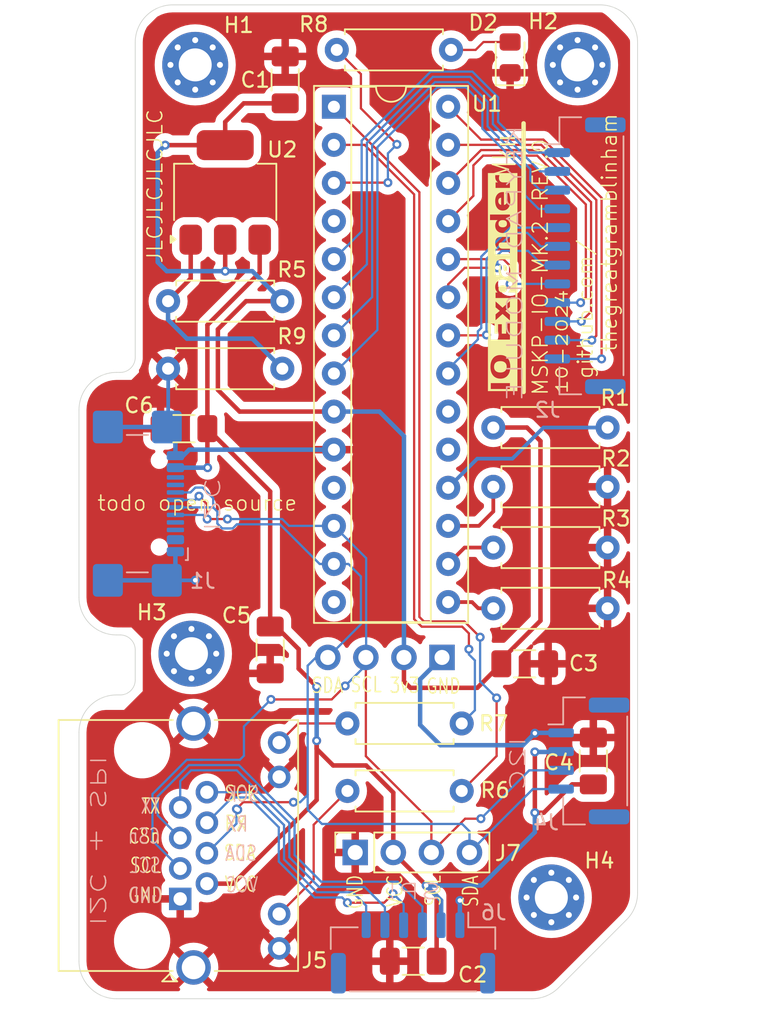
<source format=kicad_pcb>
(kicad_pcb (version 20240108) (generator "pcbnew") (generator_version "8.0")
  (layers (0 "F.Cu" signal) (31 "B.Cu" signal) (34 "B.Paste" user) (35 "F.Paste" user) (36 "B.SilkS" user "B.Silkscreen") (37 "F.SilkS" user "F.Silkscreen") (38 "B.Mask" user) (39 "F.Mask" user) (44 "Edge.Cuts" user))
  (net 0 "")
  (net 1 "/3V3")
  (net 2 "GND")
  (net 3 "+5V")
  (net 4 "Net-(D2-A)")
  (net 5 "/SCL")
  (net 6 "/SDA")
  (net 9 "Net-(J2-Pin_2)")
  (net 10 "Net-(J2-Pin_8)")
  (net 11 "Net-(J2-Pin_12)")
  (net 12 "Net-(J2-Pin_10)")
  (net 13 "Net-(J2-Pin_6)")
  (net 14 "Net-(J2-Pin_3)")
  (net 15 "Net-(J2-Pin_5)")
  (net 16 "Net-(J2-Pin_7)")
  (net 17 "Net-(J2-Pin_1)")
  (net 18 "Net-(J2-Pin_11)")
  (net 19 "Net-(J2-Pin_4)")
  (net 20 "Net-(J2-Pin_9)")
  (net 21 "/SCK")
  (net 22 "/CSn")
  (net 23 "/RX")
  (net 24 "Net-(J5-Pad10)")
  (net 25 "/TX")
  (net 26 "Net-(J5-Pad12)")
  (net 27 "Net-(U1-~{RESET})")
  (net 28 "Net-(U1-A2)")
  (net 29 "Net-(U1-A1)")
  (net 30 "Net-(U1-A0)")
  (net 31 "Net-(U2-ADJ)")
  (net 32 "Net-(U1-GPB0)")
  (net 33 "Net-(U1-GPB1)")
  (net 34 "Net-(U1-GPB2)")
  (footprint "Resistor_THT:R_Axial_DIN0207_L6.3mm_D2.5mm_P7.62mm_Horizontal" (layer "F.Cu") (at 115.19 76.25)
    (property "Reference" "R5")
    (property "Value" "VAR-R")
  )
  (footprint "Package_TO_SOT_SMD:SOT-223-3_TabPin2" (layer "F.Cu") (at 119 69 90)
    (property "Reference" "U2")
    (property "Value" "AMS1117-3v3")
  )
  (footprint "Resistor_THT:R_Axial_DIN0207_L6.3mm_D2.5mm_P7.62mm_Horizontal" (layer "F.Cu") (at 136.88 92.675)
    (property "Reference" "R3")
    (property "Value" "10K")
  )
  (footprint "Capacitor_SMD:C_1206_3216Metric_Pad1.33x1.80mm_HandSolder" (layer "F.Cu") (at 131.5375 120.25)
    (property "Reference" "C2")
    (property "Value" "22uF")
  )
  (footprint "Resistor_THT:R_Axial_DIN0207_L6.3mm_D2.5mm_P7.62mm_Horizontal" (layer "F.Cu") (at 136.88 88.625)
    (property "Reference" "R2")
    (property "Value" "10K")
  )
  (footprint "Resistor_THT:R_Axial_DIN0207_L6.3mm_D2.5mm_P7.62mm_Horizontal" (layer "F.Cu") (at 126.44 59.5)
    (property "Reference" "R8")
    (property "Value" "R")
  )
  (footprint "Resistor_THT:R_Axial_DIN0207_L6.3mm_D2.5mm_P7.62mm_Horizontal" (layer "F.Cu") (at 115.19 80.75)
    (property "Reference" "R9")
    (property "Value" "VAR-R")
  )
  (footprint "ScottoKeebs_Components:OLED_128x64" (layer "F.Cu") (at 129.65 100 180)
    (property "Reference" "J3" (hide yes))
    (property "Value" "OLED_128x64")
  )
  (footprint "Connector_PinSocket_2.54mm:PinSocket_1x04_P2.54mm_Vertical" (layer "F.Cu") (at 127.67 113 90)
    (property "Reference" "J7")
    (property "Value" "I2C_aux_pads")
  )
  (footprint "Capacitor_SMD:C_1206_3216Metric_Pad1.33x1.80mm_HandSolder" (layer "F.Cu") (at 123 61.5 90)
    (property "Reference" "C1")
    (property "Value" "22uF")
  )
  (footprint "Resistor_THT:R_Axial_DIN0207_L6.3mm_D2.5mm_P7.62mm_Horizontal" (layer "F.Cu") (at 127.1525 108.9)
    (property "Reference" "R6")
    (property "Value" "R")
  )
  (footprint "Package_DIP:DIP-28_W7.62mm_Socket" (layer "F.Cu") (at 126.25 63.29)
    (property "Reference" "U1")
    (property "Value" "MCP23017_SP")
  )
  (footprint "MountingHole:MountingHole_2.2mm_M2_Pad_Via" (layer "F.Cu") (at 142.5 60.5)
    (property "Reference" "H2")
    (property "Value" "MountingHole_2.2mm_M2_Pad_Via")
  )
  (footprint "Capacitor_SMD:C_1206_3216Metric_Pad1.33x1.80mm_HandSolder" (layer "F.Cu") (at 116.25 84.75)
    (property "Reference" "C6")
    (property "Value" "100nF")
  )
  (footprint "Connector_RJ:RJ45_Amphenol_RJHSE538X" (layer "F.Cu") (at 116 116.096 90)
    (property "Reference" "J5")
    (property "Value" "RJ45_SPI_I2C_input")
  )
  (footprint "Capacitor_SMD:C_1206_3216Metric_Pad1.33x1.80mm_HandSolder" (layer "F.Cu") (at 138.975 100.425)
    (property "Reference" "C3")
    (property "Value" "100nF")
  )
  (footprint "Resistor_THT:R_Axial_DIN0207_L6.3mm_D2.5mm_P7.62mm_Horizontal" (layer "F.Cu") (at 127.1525 104.4)
    (property "Reference" "R7")
    (property "Value" "R")
  )
  (footprint "LED_SMD:LED_0805_2012Metric_Pad1.15x1.40mm_HandSolder" (layer "F.Cu") (at 138 60 90)
    (property "Reference" "D2")
    (property "Value" "LED")
  )
  (footprint "MountingHole:MountingHole_2.2mm_M2_Pad_Via" (layer "F.Cu") (at 116.75 99.75)
    (property "Reference" "H3")
    (property "Value" "MountingHole_2.2mm_M2_Pad_Via")
  )
  (footprint "Capacitor_SMD:C_1206_3216Metric_Pad1.33x1.80mm_HandSolder" (layer "F.Cu") (at 143.55 106.9 90)
    (property "Reference" "C4")
    (property "Value" "22uF")
  )
  (footprint "Resistor_THT:R_Axial_DIN0207_L6.3mm_D2.5mm_P7.62mm_Horizontal" (layer "F.Cu") (at 136.88 96.725)
    (property "Reference" "R4")
    (property "Value" "10K")
  )
  (footprint "MountingHole:MountingHole_2.2mm_M2_Pad_Via" (layer "F.Cu") (at 117 60.5)
    (property "Reference" "H1")
    (property "Value" "MountingHole_2.2mm_M2_Pad_Via")
  )
  (footprint "Resistor_THT:R_Axial_DIN0207_L6.3mm_D2.5mm_P7.62mm_Horizontal" (layer "F.Cu") (at 136.88 84.675)
    (property "Reference" "R1")
    (property "Value" "10K")
  )
  (footprint "Capacitor_SMD:C_1206_3216Metric_Pad1.33x1.80mm_HandSolder" (layer "F.Cu") (at 122 99.5 -90)
    (property "Reference" "C5")
    (property "Value" "100uF")
  )
  (footprint "MountingHole:MountingHole_2.2mm_M2_Pad_Via" (layer "F.Cu") (at 140.75 116)
    (property "Reference" "H4")
    (property "Value" "MountingHole_2.2mm_M2_Pad_Via")
  )
  (footprint "Connector_JST:JST_GH_SM04B-GHS-TB_1x04-1MP_P1.25mm_Horizontal" (layer "B.Cu") (at 143.25 106.9 -90)
    (property "Reference" "J4")
    (property "Value" "I2C_aux_JST")
  )
  (footprint "Connector_JST:JST_GH_SM12B-GHS-TB_1x12-1MP_P1.25mm_Horizontal" (layer "B.Cu") (at 143 73.225 -90)
    (property "Reference" "J2")
    (property "Value" "Keypad_matrix_connector_JST")
  )
  (footprint "Connector_USB:USB_C_Receptacle_GCT_USB4110" (layer "B.Cu") (at 112 89.75 90)
    (property "Reference" "J1")
    (property "Value" "USB_C_I2C_input")
  )
  (footprint "Connector_JST:JST_GH_SM06B-GHS-TB_1x06-1MP_P1.25mm_Horizontal" (layer "B.Cu") (at 131.525 119.7 180)
    (property "Reference" "J6")
    (property "Value" "SPI_aux_JST")
  )
  (gr_line (start 138.9 64.4) (end 138.9 82.3) (stroke (width 0.3)) (layer "F.SilkS"))
  (gr_arc (start 112 98.5) (mid 112.707107 98.792893) (end 113 99.5) (stroke (width 0.05)) (layer "Edge.Cuts"))
  (gr_arc (start 113 101.5) (mid 112.707107 102.207107) (end 112 102.5) (stroke (width 0.05)) (layer "Edge.Cuts"))
  (gr_arc (start 111.75 98.5) (mid 109.982233 97.767767) (end 109.25 96) (stroke (width 0.05)) (layer "Edge.Cuts"))
  (gr_arc (start 113 80) (mid 112.707107 80.707107) (end 112 81) (stroke (width 0.05)) (layer "Edge.Cuts"))
  (gr_line (start 113 101.5) (end 113 99.5) (stroke (width 0.05)) (layer "Edge.Cuts"))
  (gr_line (start 146.5 115.714466) (end 146.5 59) (stroke (width 0.05)) (layer "Edge.Cuts"))
  (gr_line (start 111.75 81) (end 112 81) (stroke (width 0.05)) (layer "Edge.Cuts"))
  (gr_line (start 109.25 83.5) (end 109.25 96) (stroke (width 0.05)) (layer "Edge.Cuts"))
  (gr_line (start 109.25 120.25) (end 109.25 105) (stroke (width 0.05)) (layer "Edge.Cuts"))
  (gr_line (start 141.232233 122.017767) (end 145.767767 117.482233) (stroke (width 0.05)) (layer "Edge.Cuts"))
  (gr_arc (start 144 56.5) (mid 145.767767 57.232233) (end 146.5 59) (stroke (width 0.05)) (layer "Edge.Cuts"))
  (gr_arc (start 109.25 105) (mid 109.982233 103.232233) (end 111.75 102.5) (stroke (width 0.05)) (layer "Edge.Cuts"))
  (gr_line (start 113 80) (end 113 59) (stroke (width 0.05)) (layer "Edge.Cuts"))
  (gr_arc (start 113 59) (mid 113.732233 57.232233) (end 115.5 56.5) (stroke (width 0.05)) (layer "Edge.Cuts"))
  (gr_arc (start 146.5 115.714466) (mid 146.309699 116.671175) (end 145.767767 117.482233) (stroke (width 0.05)) (layer "Edge.Cuts"))
  (gr_arc (start 109.25 83.5) (mid 109.982233 81.732233) (end 111.75 81) (stroke (width 0.05)) (layer "Edge.Cuts"))
  (gr_line (start 144 56.5) (end 115.5 56.5) (stroke (width 0.05)) (layer "Edge.Cuts"))
  (gr_line (start 112 102.5) (end 111.75 102.5) (stroke (width 0.05)) (layer "Edge.Cuts"))
  (gr_arc (start 141.232233 122.017767) (mid 140.421175 122.559699) (end 139.464466 122.75) (stroke (width 0.05)) (layer "Edge.Cuts"))
  (gr_line (start 111.75 122.75) (end 139.464466 122.75) (stroke (width 0.05)) (layer "Edge.Cuts"))
  (gr_line (start 112 98.5) (end 111.75 98.5) (stroke (width 0.05)) (layer "Edge.Cuts"))
  (gr_arc (start 111.75 122.75) (mid 109.982233 122.017767) (end 109.25 120.25) (stroke (width 0.05)) (layer "Edge.Cuts"))
  (gr_text "SPI" (at 133.5 116.2 0) (layer "B.SilkS") (effects (font (size 1 1.5) (thickness 0.1)) (justify left bottom mirror)))
  (gr_text "SCK" (at 118.985714 109.7 -0) (layer "B.SilkS") (effects (font (size 1 0.75) (thickness 0.1)) (justify right bottom mirror)))
  (gr_text "GND" (at 112.45 116.45 -0) (layer "B.SilkS") (effects (font (size 1 0.75) (thickness 0.1)) (justify right bottom mirror)))
  (gr_text "SCL" (at 112.55 114.45 -0) (layer "B.SilkS") (effects (font (size 1 0.75) (thickness 0.1)) (justify right bottom mirror)))
  (gr_text "SDA" (at 118.935714 113.65 -0) (layer "B.SilkS") (effects (font (size 1 0.75) (thickness 0.1)) (justify right bottom mirror)))
  (gr_text "VCC" (at 118.985714 115.75 -0) (layer "B.SilkS") (effects (font (size 1 0.75) (thickness 0.1)) (justify right bottom mirror)))
  (gr_text "TX" (at 113.3 110.5 -0) (layer "B.SilkS") (effects (font (size 1 0.75) (thickness 0.1)) (justify right bottom mirror)))
  (gr_text "KEYPAD MODULE" (at 138.9 64.4 90) (layer "B.SilkS") (effects (font (size 1 1.5) (thickness 0.1)) (justify left bottom mirror)))
  (gr_text "I2C" (at 117.5 91.7 -90) (layer "B.SilkS") (effects (font (size 1 1.5) (thickness 0.1)) (justify left bottom mirror)))
  (gr_text "CSn" (at 112.45 112.5 -0) (layer "B.SilkS") (effects (font (size 1 0.75) (thickness 0.1)) (justify right bottom mirror)))
  (gr_text "RX" (at 118.985714 111.7 -0) (layer "B.SilkS") (effects (font (size 1 0.75) (thickness 0.1)) (justify right bottom mirror)))
  (gr_text "I2C + SPI" (at 109.9 118 -90) (layer "B.SilkS") (effects (font (size 1 1.5) (thickness 0.1)) (justify left bottom mirror)))
  (gr_text "I2C" (at 139.1 105.2 90) (layer "B.SilkS") (effects (font (size 1 1.5) (thickness 0.1)) (justify left bottom mirror)))
  (gr_text "SDA" (at 118.85 113.6 0) (layer "F.SilkS") (effects (font (size 1 0.75) (thickness 0.1)) (justify left bottom)))
  (gr_text "JLCJLCJLCJLC" (at 114.9 73.8 90) (layer "F.SilkS") (effects (font (size 1 1) (thickness 0.1)) (justify left bottom)))
  (gr_text "SCL" (at 112.585714 114.45 0) (layer "F.SilkS") (effects (font (size 1 0.75) (thickness 0.1)) (justify left bottom)))
  (gr_text "MSKP-IO-MK.2-REV.0" (at 140.6 82.6 90) (layer "F.SilkS") (effects (font (size 1 1) (thickness 0.1)) (justify left bottom)))
  (gr_text "todo open source" (at 110.4 90.3 0) (layer "F.SilkS") (effects (font (size 1 1) (thickness 0.1)) (justify left bottom)))
  (gr_text "SDA" (at 135.95 116.7 90) (layer "F.SilkS") (effects (font (size 1 0.75) (thickness 0.1)) (justify left bottom)))
  (gr_text "VCC" (at 118.9 115.7 0) (layer "F.SilkS") (effects (font (size 1 0.75) (thickness 0.1)) (justify left bottom)))
  (gr_text "RX" (at 118.9 111.65 0) (layer "F.SilkS") (effects (font (size 1 0.75) (thickness 0.1)) (justify left bottom)))
  (gr_text "GND" (at 128.25 116.85 90) (layer "F.SilkS") (effects (font (size 1 0.75) (thickness 0.1)) (justify left bottom)))
  (gr_text "IO Expander" (at 138.2 82.3 90) (layer "F.SilkS" knockout) (effects (font (size 1.25 1.5) (thickness 0.25) (bold yes)) (justify left bottom)))
  (gr_text "VCC" (at 130.9 116.7 90) (layer "F.SilkS") (effects (font (size 1 0.75) (thickness 0.1)) (justify left bottom)))
  (gr_text "github.com/" (at 143.6 81.5 90) (layer "F.SilkS") (effects (font (size 1 1) (thickness 0.1)) (justify left bottom)))
  (gr_text "SDA" (at 124.7 102.45 0) (layer "F.SilkS") (effects (font (size 1 0.75) (thickness 0.1)) (justify left bottom)))
  (gr_text "GND" (at 112.485714 116.45 0) (layer "F.SilkS") (effects (font (size 1 0.75) (thickness 0.1)) (justify left bottom)))
  (gr_text "GND" (at 132.35 102.5 0) (layer "F.SilkS") (effects (font (size 1 0.75) (thickness 0.1)) (justify left bottom)))
  (gr_text "TX" (at 113.335714 110.5 0) (layer "F.SilkS") (effects (font (size 1 0.75) (thickness 0.1)) (justify left bottom)))
  (gr_text "SCL" (at 133.45 116.65 90) (layer "F.SilkS") (effects (font (size 1 0.75) (thickness 0.1)) (justify left bottom)))
  (gr_text "10-2024" (at 141.9 82.5 90) (layer "F.SilkS") (effects (font (size 0.75 1) (thickness 0.1)) (justify left bottom)))
  (gr_text "CSn" (at 112.485714 112.5 0) (layer "F.SilkS") (effects (font (size 1 0.75) (thickness 0.1)) (justify left bottom)))
  (gr_text "SCK" (at 118.9 109.65 0) (layer "F.SilkS") (effects (font (size 1 0.75) (thickness 0.1)) (justify left bottom)))
  (gr_text "thegreatgramblinham" (at 145.2 79.7 90) (layer "F.SilkS") (effects (font (size 1 1) (thickness 0.1)) (justify left bottom)))
  (gr_text "II" (at 138.5 66 90) (layer "F.SilkS") (effects (font (size 1 1) (thickness 0.1)) (justify left bottom)))
  (gr_text "SCL" (at 127.3 102.4 0) (layer "F.SilkS") (effects (font (size 1 0.75) (thickness 0.1)) (justify left bottom)))
  (gr_text "Mk" (at 138.5 68.1 90) (layer "F.SilkS") (effects (font (size 1.5 1) (thickness 0.1)) (justify left bottom)))
  (gr_text "3v3\n" (at 129.9 102.45 0) (layer "F.SilkS") (effects (font (size 1 0.75) (thickness 0.1)) (justify left bottom)))
  (segment (start 137.4125 100.425) (end 137.4125 100.1625) (width 0.3) (layer "F.Cu") (net 1))
  (segment (start 119.96 83.61) (end 126.25 83.61) (width 0.3) (layer "F.Cu") (net 1))
  (segment (start 118.5125 78.12745) (end 118.5125 82.1625) (width 0.3) (layer "F.Cu") (net 1))
  (segment (start 119 72.15) (end 119 74.25) (width 0.3) (layer "F.Cu") (net 1))
  (segment (start 119 64.3) (end 120.2375 63.0625) (width 0.3) (layer "F.Cu") (net 1))
  (segment (start 140.025 97.55) (end 140.025 85.575) (width 0.3) (layer "F.Cu") (net 1))
  (segment (start 120.38995 76.25) (end 118.5125 78.12745) (width 0.3) (layer "F.Cu") (net 1))
  (segment (start 115 65.85) (end 119 65.85) (width 0.3) (layer "F.Cu") (net 1))
  (segment (start 122.81 76.25) (end 120.38995 76.25) (width 0.3) (layer "F.Cu") (net 1))
  (segment (start 118.5125 82.1625) (end 119.96 83.61) (width 0.3) (layer "F.Cu") (net 1))
  (segment (start 119 65.85) (end 119 64.3) (width 0.3) (layer "F.Cu") (net 1))
  (segment (start 135.8125 102.025) (end 137.4125 100.425) (width 0.3) (layer "F.Cu") (net 1))
  (segment (start 140.025 85.575) (end 139.125 84.675) (width 0.3) (layer "F.Cu") (net 1))
  (segment (start 130.92 101.595) (end 131.35 102.025) (width 0.3) (layer "F.Cu") (net 1))
  (segment (start 130.92 100) (end 130.92 101.595) (width 0.3) (layer "F.Cu") (net 1))
  (segment (start 137.4125 100.1625) (end 140.025 97.55) (width 0.3) (layer "F.Cu") (net 1))
  (segment (start 131.35 102.025) (end 135.8125 102.025) (width 0.3) (layer "F.Cu") (net 1))
  (segment (start 120.2375 63.0625) (end 123 63.0625) (width 0.3) (layer "F.Cu") (net 1))
  (segment (start 139.125 84.675) (end 136.88 84.675) (width 0.3) (layer "F.Cu") (net 1))
  (via blind (at 115 65.85) (size 0.6) (drill 0.3) (layers "F.Cu" "B.Cu") (net 1))
  (via blind (at 119 74.25) (size 0.6) (drill 0.3) (layers "F.Cu" "B.Cu") (net 1))
  (segment (start 129.285 83.61) (end 130.925 85.25) (width 0.3) (layer "B.Cu") (net 1))
  (segment (start 120.81 74.25) (end 122.81 76.25) (width 0.3) (layer "B.Cu") (net 1))
  (segment (start 119 74.25) (end 120.81 74.25) (width 0.3) (layer "B.Cu") (net 1))
  (segment (start 130.92 85.255) (end 130.92 100) (width 0.3) (layer "B.Cu") (net 1))
  (segment (start 119 74.25) (end 115.1 74.25) (width 0.3) (layer "B.Cu") (net 1))
  (segment (start 115.1 74.25) (end 114.5 73.65) (width 0.3) (layer "B.Cu") (net 1))
  (segment (start 130.925 85.25) (end 130.92 85.255) (width 0.3) (layer "B.Cu") (net 1))
  (segment (start 114.5 66.35) (end 115 65.85) (width 0.3) (layer "B.Cu") (net 1))
  (segment (start 114.5 73.65) (end 114.5 66.35) (width 0.3) (layer "B.Cu") (net 1))
  (segment (start 126.25 83.61) (end 129.285 83.61) (width 0.3) (layer "B.Cu") (net 1))
  (via blind (at 117 94.85) (size 0.6) (drill 0.3) (layers "F.Cu" "B.Cu") (net 2))
  (via blind (at 134.65 116.2) (size 0.6) (drill 0.3) (layers "F.Cu" "B.Cu") (net 2))
  (via blind (at 139.65 105.05) (size 0.6) (drill 0.3) (layers "F.Cu" "B.Cu") (net 2))
  (segment (start 134.65 117.85) (end 134.65 116.2) (width 0.3) (layer "B.Cu") (net 2))
  (segment (start 115.68 85.215) (end 115.105 84.64) (width 0.25) (layer "B.Cu") (net 2))
  (segment (start 115.68 86.55) (end 115.68 85.215) (width 0.3) (layer "B.Cu") (net 2))
  (segment (start 115.105 94.86) (end 116.99 94.86) (width 0.25) (layer "B.Cu") (net 2))
  (segment (start 115.2 84.545) (end 115.2 80.76) (width 0.25) (layer "B.Cu") (net 2))
  (segment (start 116.99 94.86) (end 117 94.85) (width 0.25) (layer "B.Cu") (net 2))
  (segment (start 138.85 105.85) (end 139.65 105.05) (width 0.3) (layer "B.Cu") (net 2))
  (segment (start 115.2 80.76) (end 115.19 80.75) (width 0.25) (layer "B.Cu") (net 2))
  (segment (start 115.68 92.95) (end 115.68 94.285) (width 0.3) (layer "B.Cu") (net 2))
  (segment (start 115.105 84.64) (end 115.2 84.545) (width 0.25) (layer "B.Cu") (net 2))
  (segment (start 116.6 86.15) (end 126.25 86.15) (width 0.3) (layer "B.Cu") (net 2))
  (segment (start 133.46 100) (end 132 101.46) (width 0.3) (layer "B.Cu") (net 2))
  (segment (start 132 101.46) (end 132 104.5) (width 0.3) (layer "B.Cu") (net 2))
  (segment (start 139.675 105.025) (end 139.65 105.05) (width 0.3) (layer "B.Cu") (net 2))
  (segment (start 111.175 84.64) (end 115.105 84.64) (width 0.3) (layer "B.Cu") (net 2))
  (segment (start 115.105 94.86) (end 111.175 94.86) (width 0.3) (layer "B.Cu") (net 2))
  (segment (start 115.68 86.55) (end 116.2 86.55) (width 0.3) (layer "B.Cu") (net 2))
  (segment (start 133.35 105.85) (end 138.85 105.85) (width 0.3) (layer "B.Cu") (net 2))
  (segment (start 132 104.5) (end 133.35 105.85) (width 0.3) (layer "B.Cu") (net 2))
  (segment (start 116.2 86.55) (end 116.6 86.15) (width 0.3) (layer "B.Cu") (net 2))
  (segment (start 115.68 94.285) (end 115.105 94.86) (width 0.25) (layer "B.Cu") (net 2))
  (segment (start 141.4 105.025) (end 139.675 105.025) (width 0.3) (layer "B.Cu") (net 2))
  (segment (start 117.8125 84.75) (end 122 88.9375) (width 0.3) (layer "F.Cu") (net 3))
  (segment (start 128.4 107.2) (end 130.21 109.01) (width 0.3) (layer "F.Cu") (net 3))
  (segment (start 133.1 115.9) (end 132.4 115.2) (width 0.3) (layer "F.Cu") (net 3))
  (segment (start 121.3 74.35) (end 121.3 72.15) (width 0.3) (layer "F.Cu") (net 3))
  (segment (start 130.21 109.01) (end 130.21 113) (width 0.3) (layer "F.Cu") (net 3))
  (segment (start 123.9 99.45) (end 123.9 100.75) (width 0.3) (layer "F.Cu") (net 3))
  (segment (start 132.4 115.19) (end 132.4 115.2) (width 0.3) (layer "F.Cu") (net 3))
  (segment (start 125.1 105.55) (end 125.1 106.1) (width 0.3) (layer "F.Cu") (net 3))
  (segment (start 117.825 87.35) (end 117.8125 87.3375) (width 0.25) (layer "F.Cu") (net 3))
  (segment (start 117.8125 87.3375) (end 117.8125 84.75) (width 0.3) (layer "F.Cu") (net 3))
  (segment (start 122 88.9375) (end 122 97.9375) (width 0.3) (layer "F.Cu") (net 3))
  (segment (start 130.21 113) (end 132.4 115.19) (width 0.3) (layer "F.Cu") (net 3))
  (segment (start 139.65 110.35) (end 140.25 110.35) (width 0.3) (layer "F.Cu") (net 3))
  (segment (start 125.1 105.55) (end 125.1 109.5) (width 0.3) (layer "F.Cu") (net 3))
  (segment (start 119.52 115.08) (end 117.78 115.08) (width 0.3) (layer "F.Cu") (net 3))
  (segment (start 117.8125 77.8375) (end 121.3 74.35) (width 0.3) (layer "F.Cu") (net 3))
  (segment (start 133.1 120.25) (end 133.1 115.9) (width 0.3) (layer "F.Cu") (net 3))
  (segment (start 126.2 107.2) (end 128.4 107.2) (width 0.3) (layer "F.Cu") (net 3))
  (segment (start 142.1375 108.4625) (end 143.55 108.4625) (width 0.3) (layer "F.Cu") (net 3))
  (segment (start 140.25 110.35) (end 142.1375 108.4625) (width 0.3) (layer "F.Cu") (net 3))
  (segment (start 125.1 109.5) (end 119.52 115.08) (width 0.3) (layer "F.Cu") (net 3))
  (segment (start 139.65 110.35) (end 139.65 106.3) (width 0.3) (layer "F.Cu") (net 3))
  (segment (start 122 97.9375) (end 122.3875 97.9375) (width 0.3) (layer "F.Cu") (net 3))
  (segment (start 122.3875 97.9375) (end 123.9 99.45) (width 0.3) (layer "F.Cu") (net 3))
  (segment (start 123.9 100.75) (end 125.1 101.95) (width 0.3) (layer "F.Cu") (net 3))
  (segment (start 125.1 106.1) (end 126.2 107.2) (width 0.3) (layer "F.Cu") (net 3))
  (segment (start 117.8125 84.75) (end 117.8125 77.8375) (width 0.3) (layer "F.Cu") (net 3))
  (via blind (at 125.1 105.55) (size 0.6) (drill 0.3) (layers "F.Cu" "B.Cu") (net 3))
  (via blind (at 139.65 106.3) (size 0.6) (drill 0.3) (layers "F.Cu" "B.Cu") (net 3))
  (via blind (at 132.4 115.2) (size 0.6) (drill 0.3) (layers "F.Cu" "B.Cu") (net 3))
  (via blind (at 125.1 101.95) (size 0.6) (drill 0.3) (layers "F.Cu" "B.Cu") (net 3))
  (via blind (at 117.825 87.35) (size 0.6) (drill 0.3) (layers "F.Cu" "B.Cu") (net 3))
  (via blind (at 139.65 110.35) (size 0.6) (drill 0.3) (layers "F.Cu" "B.Cu") (net 3))
  (segment (start 132.4 115.2) (end 136.1 115.2) (width 0.3) (layer "B.Cu") (net 3))
  (segment (start 141.375 106.3) (end 141.4 106.275) (width 0.3) (layer "B.Cu") (net 3))
  (segment (start 139.65 111.65) (end 139.65 110.35) (width 0.3) (layer "B.Cu") (net 3))
  (segment (start 125.1 101.95) (end 125.1 105.55) (width 0.3) (layer "B.Cu") (net 3))
  (segment (start 136.1 115.2) (end 139.65 111.65) (width 0.3) (layer "B.Cu") (net 3))
  (segment (start 132.4 115.2) (end 133.4 116.2) (width 0.3) (layer "B.Cu") (net 3))
  (segment (start 133.4 116.2) (end 133.4 117.85) (width 0.3) (layer "B.Cu") (net 3))
  (segment (start 115.68 87.35) (end 117.825 87.35) (width 0.3) (layer "B.Cu") (net 3))
  (segment (start 139.65 106.3) (end 141.375 106.3) (width 0.3) (layer "B.Cu") (net 3))
  (segment (start 135.7 59.5) (end 136.225 58.975) (width 0.15) (layer "F.Cu") (net 4))
  (segment (start 136.225 58.975) (end 138 58.975) (width 0.15) (layer "F.Cu") (net 4))
  (segment (start 134.06 59.5) (end 135.7 59.5) (width 0.15) (layer "F.Cu") (net 4))
  (segment (start 135 110.75) (end 136.05 110.75) (width 0.15) (layer "F.Cu") (net 5))
  (segment (start 117.8 90.775) (end 119.15 90.775) (width 0.15) (layer "F.Cu") (net 5))
  (segment (start 128.38 106.57896) (end 132.75 110.94896) (width 0.15) (layer "F.Cu") (net 5))
  (segment (start 127 101.9) (end 126.1 102.8) (width 0.15) (layer "F.Cu") (net 5))
  (segment (start 126.1 102.8) (end 122.05 102.8) (width 0.15) (layer "F.Cu") (net 5))
  (segment (start 132.75 113) (end 135 110.75) (width 0.15) (layer "F.Cu") (net 5))
  (segment (start 117.8 89.8) (end 117.25 89.25) (width 0.15) (layer "F.Cu") (net 5))
  (segment (start 128.38 100) (end 128.38 106.57896) (width 0.15) (layer "F.Cu") (net 5))
  (segment (start 117.8 90.775) (end 117.8 89.8) (width 0.15) (layer "F.Cu") (net 5))
  (segment (start 132.75 110.94896) (end 132.75 113) (width 0.15) (layer "F.Cu") (net 5))
  (via blind (at 119.15 90.775) (size 0.6) (drill 0.3) (layers "F.Cu" "B.Cu") (net 5))
  (via blind (at 127 101.9) (size 0.6) (drill 0.3) (layers "F.Cu" "B.Cu") (net 5))
  (via blind (at 117.25 89.25) (size 0.6) (drill 0.3) (layers "F.Cu" "B.Cu") (net 5))
  (via (at 122.05 102.8) (size 0.6) (drill 0.3) (layers "F.Cu" "B.Cu") (net 5))
  (via blind (at 136.05 110.75) (size 0.6) (drill 0.3) (layers "F.Cu" "B.Cu") (net 5))
  (via blind (at 117.8 90.775) (size 0.6) (drill 0.3) (layers "F.Cu" "B.Cu") (net 5))
  (segment (start 127 101.9) (end 128.38 100.52) (width 0.15) (layer "B.Cu") (net 5))
  (segment (start 136.05 110.75) (end 139.275 107.525) (width 0.15) (layer "B.Cu") (net 5))
  (segment (start 115.68 90.5) (end 117.525 90.5) (width 0.15) (layer "B.Cu") (net 5))
  (segment (start 139.275 107.525) (end 141.4 107.525) (width 0.15) (layer "B.Cu") (net 5))
  (segment (start 122.8 90.775) (end 123.255 91.23) (width 0.15) (layer "B.Cu") (net 5))
  (segment (start 122.05 102.8) (end 120.25 104.6) (width 0.15) (layer "B.Cu") (net 5))
  (segment (start 123.255 91.23) (end 126.25 91.23) (width 0.15) (layer "B.Cu") (net 5))
  (segment (start 114.15 109.110051) (end 114.15 112.214) (width 0.15) (layer "B.Cu") (net 5))
  (segment (start 117.25 89.25) (end 117 89.5) (width 0.15) (layer "B.Cu") (net 5))
  (segment (start 119.975 106.825) (end 117.3 106.825) (width 0.15) (layer "B.Cu") (net 5))
  (segment (start 126.25 91.23) (end 128.4 93.38) (width 0.15) (layer "B.Cu") (net 5))
  (segment (start 128.4 99.98) (end 128.38 100) (width 0.15) (layer "B.Cu") (net 5))
  (segment (start 128.38 100.52) (end 128.38 100) (width 0.15) (layer "B.Cu") (net 5))
  (segment (start 114.15 112.214) (end 116 114.064) (width 0.15) (layer "B.Cu") (net 5))
  (segment (start 128.4 93.38) (end 128.4 99.98) (width 0.15) (layer "B.Cu") (net 5))
  (segment (start 120.25 104.6) (end 120.25 106.55) (width 0.15) (layer "B.Cu") (net 5))
  (segment (start 117.3 106.825) (end 116.435051 106.825) (width 0.15) (layer "B.Cu") (net 5))
  (segment (start 117 89.5) (end 115.68 89.5) (width 0.15) (layer "B.Cu") (net 5))
  (segment (start 117.525 90.5) (end 117.8 90.775) (width 0.15) (layer "B.Cu") (net 5))
  (segment (start 120.25 106.55) (end 119.975 106.825) (width 0.15) (layer "B.Cu") (net 5))
  (segment (start 117.475 106.825) (end 117.3 106.825) (width 0.15) (layer "B.Cu") (net 5))
  (segment (start 119.15 90.775) (end 122.8 90.775) (width 0.15) (layer "B.Cu") (net 5))
  (segment (start 116.435051 106.825) (end 114.15 109.110051) (width 0.15) (layer "B.Cu") (net 5))
  (segment (start 123.55 109.65) (end 120.2 109.65) (width 0.15) (layer "F.Cu") (net 6))
  (segment (start 120.2 109.65) (end 119.75 110.1) (width 0.15) (layer "F.Cu") (net 6))
  (via blind (at 119.835714 110.15) (size 0.6) (drill 0.3) (layers "F.Cu" "B.Cu") (net 6))
  (via blind (at 123.55 109.65) (size 0.6) (drill 0.3) (layers "F.Cu" "B.Cu") (net 6))
  (via blind (at 119.75 110.1) (size 0.6) (drill 0.3) (layers "F.Cu" "B.Cu") (net 6))
  (segment (start 118.8 91.4) (end 119.5 91.4) (width 0.15) (layer "B.Cu") (net 6))
  (segment (start 116.686827 89) (end 117.011827 88.675) (width 0.15) (layer "B.Cu") (net 6))
  (segment (start 125.05 100) (end 124.5 100.55) (width 0.15) (layer "B.Cu") (net 6))
  (segment (start 117.011827 88.675) (end 117.488173 88.675) (width 0.15) (layer "B.Cu") (net 6))
  (segment (start 125.300026 93.77) (end 126.25 93.77) (width 0.15) (layer "B.Cu") (net 6))
  (segment (start 119.75 110.1) (end 119.75 111.078) (width 0.15) (layer "B.Cu") (net 6))
  (segment (start 118.475 90.275) (end 118.475 91.075) (width 0.15) (layer "B.Cu") (net 6))
  (segment (start 119.775 91.125) (end 122.655026 91.125) (width 0.15) (layer "B.Cu") (net 6))
  (segment (start 117.488173 88.675) (end 118.2 89.386827) (width 0.15) (layer "B.Cu") (net 6))
  (segment (start 125.45 111.1) (end 134.8 111.1) (width 0.15) (layer "B.Cu") (net 6))
  (segment (start 124.5 109.15) (end 124.35 109.3) (width 0.15) (layer "B.Cu") (net 6))
  (segment (start 118.475 91.075) (end 118.8 91.4) (width 0.15) (layer "B.Cu") (net 6))
  (segment (start 124 109.65) (end 123.55 109.65) (width 0.15) (layer "B.Cu") (net 6))
  (segment (start 126.25 93.77) (end 127.22 93.77) (width 0.15) (layer "B.Cu") (net 6))
  (segment (start 124.35 109.3) (end 124 109.65) (width 0.15) (layer "B.Cu") (net 6))
  (segment (start 122.655026 91.125) (end 125.300026 93.77) (width 0.15) (layer "B.Cu") (net 6))
  (segment (start 124.5 100.55) (end 124.5 109.15) (width 0.15) (layer "B.Cu") (net 6))
  (segment (start 128.05 97.79) (end 125.84 100) (width 0.15) (layer "B.Cu") (net 6))
  (segment (start 128.05 94.6) (end 128.05 97.79) (width 0.15) (layer "B.Cu") (net 6))
  (segment (start 118.2 89.386827) (end 118.2 90) (width 0.15) (layer "B.Cu") (net 6))
  (segment (start 135.29 113) (end 139.515 108.775) (width 0.15) (layer "B.Cu") (net 6))
  (segment (start 127.22 93.77) (end 128.05 94.6) (width 0.15) (layer "B.Cu") (net 6))
  (segment (start 134.8 111.1) (end 135.29 111.59) (width 0.15) (layer "B.Cu") (net 6))
  (segment (start 124.5 110.15) (end 125.45 111.1) (width 0.15) (layer "B.Cu") (net 6))
  (segment (start 119.5 91.4) (end 119.775 91.125) (width 0.15) (layer "B.Cu") (net 6))
  (segment (start 115.68 89) (end 116.686827 89) (width 0.15) (layer "B.Cu") (net 6))
  (segment (start 135.29 111.59) (end 135.29 113) (width 0.15) (layer "B.Cu") (net 6))
  (segment (start 118.2 90) (end 118.475 90.275) (width 0.15) (layer "B.Cu") (net 6))
  (segment (start 124.5 109.15) (end 124.5 110.15) (width 0.15) (layer "B.Cu") (net 6))
  (segment (start 115.68 90) (end 118.2 90) (width 0.15) (layer "B.Cu") (net 6))
  (segment (start 125.84 100) (end 125.05 100) (width 0.15) (layer "B.Cu") (net 6))
  (segment (start 119.75 111.078) (end 117.78 113.048) (width 0.15) (layer "B.Cu") (net 6))
  (segment (start 139.515 108.775) (end 141.4 108.775) (width 0.15) (layer "B.Cu") (net 6))
  (segment (start 132.844974 61.3) (end 135.33995 61.3) (width 0.15) (layer "B.Cu") (net 9))
  (segment (start 128.45 65.694974) (end 132.844974 61.3) (width 0.15) (layer "B.Cu") (net 9))
  (segment (start 140.005025 67.6) (end 141.15 67.6) (width 0.15) (layer "B.Cu") (net 9))
  (segment (start 128.45 73.79) (end 128.45 65.694974) (width 0.15) (layer "B.Cu") (net 9))
  (segment (start 135.33995 61.3) (end 136.85 62.81005) (width 0.15) (layer "B.Cu") (net 9))
  (segment (start 136.85 64.444975) (end 140.005025 67.6) (width 0.15) (layer "B.Cu") (net 9))
  (segment (start 136.85 62.81005) (end 136.85 64.444975) (width 0.15) (layer "B.Cu") (net 9))
  (segment (start 126.25 75.99) (end 128.45 73.79) (width 0.15) (layer "B.Cu") (net 9))
  (segment (start 138 73.9) (end 137.55 73.45) (width 0.15) (layer "F.Cu") (net 10))
  (segment (start 138 75.1) (end 138 73.9) (width 0.15) (layer "F.Cu") (net 10))
  (segment (start 137.55 73.45) (end 133.87 73.45) (width 0.15) (layer "F.Cu") (net 10))
  (via blind (at 138 75.1) (size 0.6) (drill 0.3) (layers "F.Cu" "B.Cu") (net 10))
  (segment (start 138 75.1) (end 141.15 75.1) (width 0.15) (layer "B.Cu") (net 10))
  (segment (start 136.06 65.48) (end 140.21995 65.48) (width 0.15) (layer "F.Cu") (net 11))
  (segment (start 140.21995 65.48) (end 144.1 69.36005) (width 0.15) (layer "F.Cu") (net 11))
  (segment (start 133.87 63.29) (end 136.06 65.48) (width 0.15) (layer "F.Cu") (net 11))
  (segment (start 144.1 69.36005) (end 144.1 80.1) (width 0.15) (layer "F.Cu") (net 11))
  (via blind (at 144.1 80.1) (size 0.6) (drill 0.3) (layers "F.Cu" "B.Cu") (net 11))
  (segment (start 144.1 80.1) (end 141.15 80.1) (width 0.15) (layer "B.Cu") (net 11))
  (segment (start 136.06 66.18) (end 139.930001 66.18) (width 0.15) (layer "F.Cu") (net 12))
  (segment (start 143.4 76.95) (end 142.75 77.6) (width 0.15) (layer "F.Cu") (net 12))
  (segment (start 139.930001 66.18) (end 143.4 69.649999) (width 0.15) (layer "F.Cu") (net 12))
  (segment (start 133.87 68.37) (end 136.06 66.18) (width 0.15) (layer "F.Cu") (net 12))
  (segment (start 143.4 69.649999) (end 143.4 76.95) (width 0.15) (layer "F.Cu") (net 12))
  (via blind (at 142.75 77.6) (size 0.6) (drill 0.3) (layers "F.Cu" "B.Cu") (net 12))
  (segment (start 142.75 77.6) (end 141.15 77.6) (width 0.15) (layer "B.Cu") (net 12))
  (segment (start 136.395 78.53) (end 136.425 78.5) (width 0.15) (layer "F.Cu") (net 13))
  (segment (start 133.87 78.53) (end 136.395 78.53) (width 0.15) (layer "F.Cu") (net 13))
  (via blind (at 136.425 78.5) (size 0.6) (drill 0.3) (layers "F.Cu" "B.Cu") (net 13))
  (segment (start 136.425 73.425) (end 138.15 71.7) (width 0.15) (layer "B.Cu") (net 13))
  (segment (start 136.425 78.5) (end 136.425 73.425) (width 0.15) (layer "B.Cu") (net 13))
  (segment (start 138.15 71.7) (end 139.15 71.7) (width 0.15) (layer "B.Cu") (net 13))
  (segment (start 139.15 71.7) (end 140.05 72.6) (width 0.15) (layer "B.Cu") (net 13))
  (segment (start 140.05 72.6) (end 141.15 72.6) (width 0.15) (layer "B.Cu") (net 13))
  (segment (start 136.5 62.955025) (end 136.5 64.6) (width 0.15) (layer "B.Cu") (net 14))
  (segment (start 128.8 75.98) (end 128.8 65.839948) (width 0.15) (layer "B.Cu") (net 14))
  (segment (start 139.35 67.45) (end 139.35 68.2) (width 0.15) (layer "B.Cu") (net 14))
  (segment (start 139.35 68.2) (end 140 68.85) (width 0.15) (layer "B.Cu") (net 14))
  (segment (start 136.5 64.6) (end 139.35 67.45) (width 0.15) (layer "B.Cu") (net 14))
  (segment (start 126.25 78.53) (end 128.8 75.98) (width 0.15) (layer "B.Cu") (net 14))
  (segment (start 128.8 65.839948) (end 132.989948 61.65) (width 0.15) (layer "B.Cu") (net 14))
  (segment (start 132.989948 61.65) (end 135.194975 61.65) (width 0.15) (layer "B.Cu") (net 14))
  (segment (start 140 68.85) (end 141.15 68.85) (width 0.15) (layer "B.Cu") (net 14))
  (segment (start 135.194975 61.65) (end 136.5 62.955025) (width 0.15) (layer "B.Cu") (net 14))
  (segment (start 133.87 80.78) (end 135.85 78.8) (width 0.15) (layer "B.Cu") (net 15))
  (segment (start 135.85 78.8) (end 135.85 78.261827) (width 0.15) (layer "B.Cu") (net 15))
  (segment (start 135.85 78.261827) (end 136.075 78.036827) (width 0.15) (layer "B.Cu") (net 15))
  (segment (start 136.075 78.036827) (end 136.075 73.280025) (width 0.15) (layer "B.Cu") (net 15))
  (segment (start 136.075 73.280025) (end 138.005025 71.35) (width 0.15) (layer "B.Cu") (net 15))
  (segment (start 138.005025 71.35) (end 141.15 71.35) (width 0.15) (layer "B.Cu") (net 15))
  (segment (start 133.87 81.07) (end 133.87 80.78) (width 0.15) (layer "B.Cu") (net 15))
  (segment (start 137.15 74.025) (end 134.975 74.025) (width 0.15) (layer "F.Cu") (net 16))
  (segment (start 134.975 74.025) (end 133.87 75.13) (width 0.15) (layer "F.Cu") (net 16))
  (segment (start 133.87 75.13) (end 133.87 75.99) (width 0.15) (layer "F.Cu") (net 16))
  (via blind (at 137.15 74.025) (size 0.6) (drill 0.3) (layers "F.Cu" "B.Cu") (net 16))
  (segment (start 137.15 73.194974) (end 137.444974 72.9) (width 0.15) (layer "B.Cu") (net 16))
  (segment (start 137.15 74.025) (end 137.15 73.194974) (width 0.15) (layer "B.Cu") (net 16))
  (segment (start 139.2 72.9) (end 140.15 73.85) (width 0.15) (layer "B.Cu") (net 16))
  (segment (start 140.15 73.85) (end 141.15 73.85) (width 0.15) (layer "B.Cu") (net 16))
  (segment (start 137.444974 72.9) (end 139.2 72.9) (width 0.15) (layer "B.Cu") (net 16))
  (segment (start 126.25 73.45) (end 128.1 71.6) (width 0.15) (layer "B.Cu") (net 17))
  (segment (start 128.1 65.55) (end 132.7 60.95) (width 0.15) (layer "B.Cu") (net 17))
  (segment (start 135.484925 60.95) (end 137.2 62.665075) (width 0.15) (layer "B.Cu") (net 17))
  (segment (start 132.7 60.95) (end 135.484925 60.95) (width 0.15) (layer "B.Cu") (net 17))
  (segment (start 139.25 66.35) (end 141.15 66.35) (width 0.15) (layer "B.Cu") (net 17))
  (segment (start 137.2 64.3) (end 139.25 66.35) (width 0.15) (layer "B.Cu") (net 17))
  (segment (start 137.2 62.665075) (end 137.2 64.3) (width 0.15) (layer "B.Cu") (net 17))
  (segment (start 128.1 71.6) (end 128.1 65.55) (width 0.15) (layer "B.Cu") (net 17))
  (segment (start 143.75 69.505025) (end 143.75 78.55) (width 0.15) (layer "F.Cu") (net 18))
  (segment (start 143.75 78.55) (end 143.45 78.85) (width 0.15) (layer "F.Cu") (net 18))
  (segment (start 140.074975 65.83) (end 143.75 69.505025) (width 0.15) (layer "F.Cu") (net 18))
  (segment (start 133.87 65.83) (end 140.074975 65.83) (width 0.15) (layer "F.Cu") (net 18))
  (via blind (at 143.45 78.85) (size 0.6) (drill 0.3) (layers "F.Cu" "B.Cu") (net 18))
  (segment (start 143.45 78.85) (end 141.15 78.85) (width 0.15) (layer "B.Cu") (net 18))
  (segment (start 139.9 70.1) (end 141.15 70.1) (width 0.15) (layer "B.Cu") (net 19))
  (segment (start 139 69.2) (end 139.9 70.1) (width 0.15) (layer "B.Cu") (net 19))
  (segment (start 136.15 63.1) (end 136.15 64.744975) (width 0.15) (layer "B.Cu") (net 19))
  (segment (start 133.134922 62) (end 135.05 62) (width 0.15) (layer "B.Cu") (net 19))
  (segment (start 126.25 81.07) (end 129.15 78.17) (width 0.15) (layer "B.Cu") (net 19))
  (segment (start 135.05 62) (end 136.15 63.1) (width 0.15) (layer "B.Cu") (net 19))
  (segment (start 136.15 64.744975) (end 139 67.594975) (width 0.15) (layer "B.Cu") (net 19))
  (segment (start 129.15 78.17) (end 129.15 65.984922) (width 0.15) (layer "B.Cu") (net 19))
  (segment (start 139 67.594975) (end 139 69.2) (width 0.15) (layer "B.Cu") (net 19))
  (segment (start 129.15 65.984922) (end 133.134922 62) (width 0.15) (layer "B.Cu") (net 19))
  (segment (start 135.55 67.2) (end 136.2 66.55) (width 0.15) (layer "F.Cu") (net 20))
  (segment (start 139.952514 66.697487) (end 139.952514 66.702514) (width 0.15) (layer "F.Cu") (net 20))
  (segment (start 133.87 70.91) (end 135.55 69.23) (width 0.15) (layer "F.Cu") (net 20))
  (segment (start 136.2 66.55) (end 139.805027 66.55) (width 0.15) (layer "F.Cu") (net 20))
  (segment (start 143.05 76) (end 142.7 76.35) (width 0.15) (layer "F.Cu") (net 20))
  (segment (start 139.805027 66.55) (end 139.952514 66.697487) (width 0.15) (layer "F.Cu") (net 20))
  (segment (start 139.952514 66.702514) (end 143.05 69.8) (width 0.15) (layer "F.Cu") (net 20))
  (segment (start 135.55 69.23) (end 135.55 67.2) (width 0.15) (layer "F.Cu") (net 20))
  (segment (start 143.05 69.8) (end 143.05 76) (width 0.15) (layer "F.Cu") (net 20))
  (via blind (at 142.7 76.35) (size 0.6) (drill 0.3) (layers "F.Cu" "B.Cu") (net 20))
  (segment (start 142.7 76.35) (end 141.15 76.35) (width 0.15) (layer "B.Cu") (net 20))
  (segment (start 127.5 115.65) (end 128.4 116.55) (width 0.15) (layer "B.Cu") (net 21))
  (segment (start 125.11005 115.65) (end 127.5 115.65) (width 0.15) (layer "B.Cu") (net 21))
  (segment (start 128.4 116.55) (end 128.4 117.85) (width 0.15) (layer "B.Cu") (net 21))
  (segment (start 120.734 108.984) (end 122.925 111.175) (width 0.15) (layer "B.Cu") (net 21))
  (segment (start 122.925 113.46495) (end 125.11005 115.65) (width 0.15) (layer "B.Cu") (net 21))
  (segment (start 117.78 108.984) (end 120.734 108.984) (width 0.15) (layer "B.Cu") (net 21))
  (segment (start 122.925 111.175) (end 122.925 113.46495) (width 0.15) (layer "B.Cu") (net 21))
  (segment (start 130.5 114.95) (end 132.15 116.6) (width 0.15) (layer "B.Cu") (net 22))
  (segment (start 116 112.032) (end 114.5 110.532) (width 0.15) (layer "B.Cu") (net 22))
  (segment (start 123.625 113.175) (end 125.4 114.95) (width 0.15) (layer "B.Cu") (net 22))
  (segment (start 114.5 110.532) (end 114.5 109.255026) (width 0.15) (layer "B.Cu") (net 22))
  (segment (start 125.4 114.95) (end 130.5 114.95) (width 0.15) (layer "B.Cu") (net 22))
  (segment (start 114.5 109.255026) (end 116.580026 107.175) (width 0.15) (layer "B.Cu") (net 22))
  (segment (start 123.625 110.88505) (end 123.625 113.175) (width 0.15) (layer "B.Cu") (net 22))
  (segment (start 119.91495 107.175) (end 123.625 110.88505) (width 0.15) (layer "B.Cu") (net 22))
  (segment (start 132.15 116.6) (end 132.15 117.85) (width 0.15) (layer "B.Cu") (net 22))
  (segment (start 116.580026 107.175) (end 119.91495 107.175) (width 0.15) (layer "B.Cu") (net 22))
  (segment (start 129.6 116.35) (end 130.2 115.75) (width 0.15) (layer "F.Cu") (net 23))
  (segment (start 127.15 116.35) (end 129.6 116.35) (width 0.15) (layer "F.Cu") (net 23))
  (via blind (at 130.2 115.75) (size 0.6) (drill 0.3) (layers "F.Cu" "B.Cu") (net 23))
  (via blind (at 127.15 116.35) (size 0.6) (drill 0.3) (layers "F.Cu" "B.Cu") (net 23))
  (segment (start 130.9 116.45) (end 130.9 117.85) (width 0.15) (layer "B.Cu") (net 23))
  (segment (start 117.78 111.016) (end 119.462 109.334) (width 0.15) (layer "B.Cu") (net 23))
  (segment (start 120.589026 109.334) (end 122.575 111.319974) (width 0.15) (layer "B.Cu") (net 23))
  (segment (start 126.8 116) (end 127.15 116.35) (width 0.15) (layer "B.Cu") (net 23))
  (segment (start 122.575 113.609924) (end 124.965076 116) (width 0.15) (layer "B.Cu") (net 23))
  (segment (start 124.965076 116) (end 126.8 116) (width 0.15) (layer "B.Cu") (net 23))
  (segment (start 130.2 115.75) (end 130.9 116.45) (width 0.15) (layer "B.Cu") (net 23))
  (segment (start 122.575 111.319974) (end 122.575 113.609924) (width 0.15) (layer "B.Cu") (net 23))
  (segment (start 119.462 109.334) (end 120.589026 109.334) (width 0.15) (layer "B.Cu") (net 23))
  (segment (start 127.1525 108.9) (end 124.9 111.1525) (width 0.15) (layer "F.Cu") (net 24))
  (segment (start 124.9 111.1525) (end 124.9 114.806) (width 0.15) (layer "F.Cu") (net 24))
  (segment (start 124.9 114.806) (end 122.6 117.106) (width 0.15) (layer "F.Cu") (net 24))
  (segment (start 116 108.25) (end 116.725 107.525) (width 0.15) (layer "B.Cu") (net 25))
  (segment (start 123.275 113.319975) (end 125.255025 115.3) (width 0.15) (layer "B.Cu") (net 25))
  (segment (start 128.3 115.3) (end 129.65 116.65) (width 0.15) (layer "B.Cu") (net 25))
  (segment (start 129.65 116.65) (end 129.65 117.85) (width 0.15) (layer "B.Cu") (net 25))
  (segment (start 123.275 111.030025) (end 123.275 113.319975) (width 0.15) (layer "B.Cu") (net 25))
  (segment (start 119.769975 107.525) (end 123.275 111.030025) (width 0.15) (layer "B.Cu") (net 25))
  (segment (start 116 110) (end 116 108.25) (width 0.15) (layer "B.Cu") (net 25))
  (segment (start 125.255025 115.3) (end 128.3 115.3) (width 0.15) (layer "B.Cu") (net 25))
  (segment (start 116.725 107.525) (end 119.769975 107.525) (width 0.15) (layer "B.Cu") (net 25))
  (segment (start 127.1525 104.4) (end 123.876 104.4) (width 0.15) (layer "F.Cu") (net 26))
  (segment (start 123.876 104.4) (end 122.6 105.676) (width 0.15) (layer "F.Cu") (net 26))
  (segment (start 138.15 86.75) (end 135.81 86.75) (width 0.25) (layer "B.Cu") (net 27))
  (segment (start 135.81 86.75) (end 133.87 88.69) (width 0.25) (layer "B.Cu") (net 27))
  (segment (start 144.5 84.675) (end 140.225 84.675) (width 0.25) (layer "B.Cu") (net 27))
  (segment (start 140.225 84.675) (end 138.15 86.75) (width 0.25) (layer "B.Cu") (net 27))
  (segment (start 136.88 90.27) (end 135.92 91.23) (width 0.25) (layer "F.Cu") (net 28))
  (segment (start 135.92 91.23) (end 133.87 91.23) (width 0.25) (layer "F.Cu") (net 28))
  (segment (start 136.88 88.625) (end 136.88 90.27) (width 0.25) (layer "F.Cu") (net 28))
  (segment (start 134.965 92.675) (end 133.87 93.77) (width 0.25) (layer "F.Cu") (net 29))
  (segment (start 136.88 92.675) (end 134.965 92.675) (width 0.25) (layer "F.Cu") (net 29))
  (segment (start 135.46 96.31) (end 133.87 96.31) (width 0.25) (layer "F.Cu") (net 30))
  (segment (start 136.88 96.725) (end 135.875 96.725) (width 0.25) (layer "F.Cu") (net 30))
  (segment (start 135.875 96.725) (end 135.46 96.31) (width 0.25) (layer "F.Cu") (net 30))
  (segment (start 116.7 74.74) (end 115.19 76.25) (width 0.3) (layer "F.Cu") (net 31))
  (segment (start 116.7 72.15) (end 116.7 74.74) (width 0.3) (layer "F.Cu") (net 31))
  (segment (start 115.19 76.25) (end 115.19 77.49) (width 0.3) (layer "B.Cu") (net 31))
  (segment (start 116.45 78.75) (end 120.81 78.75) (width 0.3) (layer "B.Cu") (net 31))
  (segment (start 115.19 77.49) (end 116.45 78.75) (width 0.3) (layer "B.Cu") (net 31))
  (segment (start 120.81 78.75) (end 122.81 80.75) (width 0.3) (layer "B.Cu") (net 31))
  (segment (start 132.25 97.6) (end 134.95 97.6) (width 0.15) (layer "F.Cu") (net 32))
  (segment (start 137.1 106.5725) (end 134.7725 108.9) (width 0.15) (layer "F.Cu") (net 32))
  (segment (start 126.25 63.29) (end 131.95 68.99) (width 0.15) (layer "F.Cu") (net 32))
  (segment (start 137.1 102.7) (end 137.1 106.5725) (width 0.15) (layer "F.Cu") (net 32))
  (segment (start 131.95 97.3) (end 132.25 97.6) (width 0.15) (layer "F.Cu") (net 32))
  (segment (start 134.95 97.6) (end 136 98.65) (width 0.15) (layer "F.Cu") (net 32))
  (segment (start 131.95 68.99) (end 131.95 97.3) (width 0.15) (layer "F.Cu") (net 32))
  (via blind (at 136 98.65) (size 0.6) (drill 0.3) (layers "F.Cu" "B.Cu") (net 32))
  (via blind (at 137.1 102.7) (size 0.6) (drill 0.3) (layers "F.Cu" "B.Cu") (net 32))
  (segment (start 136 98.65) (end 136 101.6) (width 0.15) (layer "B.Cu") (net 32))
  (segment (start 136 101.6) (end 137.1 102.7) (width 0.15) (layer "B.Cu") (net 32))
  (segment (start 135.25 98.394974) (end 135.25 99.45) (width 0.15) (layer "F.Cu") (net 33))
  (segment (start 134.805026 97.95) (end 135.25 98.394974) (width 0.15) (layer "F.Cu") (net 33))
  (segment (start 132.105026 97.95) (end 134.805026 97.95) (width 0.15) (layer "F.Cu") (net 33))
  (segment (start 131.6 69.134974) (end 131.6 97.444974) (width 0.15) (layer "F.Cu") (net 33))
  (segment (start 128.295026 65.83) (end 131.6 69.134974) (width 0.15) (layer "F.Cu") (net 33))
  (segment (start 126.25 65.83) (end 128.295026 65.83) (width 0.15) (layer "F.Cu") (net 33))
  (segment (start 131.6 97.444974) (end 132.105026 97.95) (width 0.15) (layer "F.Cu") (net 33))
  (via blind (at 135.25 99.45) (size 0.6) (drill 0.3) (layers "F.Cu" "B.Cu") (net 33))
  (segment (start 135.25 99.8) (end 135.65 100.2) (width 0.15) (layer "B.Cu") (net 33))
  (segment (start 135.65 100.2) (end 135.65 103.5225) (width 0.15) (layer "B.Cu") (net 33))
  (segment (start 135.25 99.45) (end 135.25 99.8) (width 0.15) (layer "B.Cu") (net 33))
  (segment (start 135.65 103.5225) (end 134.7725 104.4) (width 0.15) (layer "B.Cu") (net 33))
  (segment (start 128.05 61.11) (end 126.44 59.5) (width 0.15) (layer "F.Cu") (net 34))
  (segment (start 126.23 68.35) (end 129.85 68.35) (width 0.15) (layer "F.Cu") (net 34))
  (segment (start 128.05 63.4) (end 128.05 61.11) (width 0.15) (layer "F.Cu") (net 34))
  (segment (start 130.45 65.8) (end 128.05 63.4) (width 0.15) (layer "F.Cu") (net 34))
  (via blind (at 129.85 68.35) (size 0.6) (drill 0.3) (layers "F.Cu" "B.Cu") (net 34))
  (via blind (at 130.45 65.8) (size 0.6) (drill 0.3) (layers "F.Cu" "B.Cu") (net 34))
  (segment (start 129.85 68.35) (end 129.85 66.4) (width 0.15) (layer "B.Cu") (net 34))
  (segment (start 129.85 66.4) (end 130.45 65.8) (width 0.15) (layer "B.Cu") (net 34))
  (zone (net 2) (net_name "GND") (layer "F.Cu") (name "F-Cu-GND") (connect_pads (clearance 0.5)) (min_thickness 0.25) (fill yes (thermal_gap 0.5) (thermal_bridge_width 0.5) (smoothing fillet) (radius 2))
    (polygon (pts (xy 113.25 58.5) (xy 113.25 81) (xy 112.75 81.5) (xy 110.75 81.5) (xy 109.5 82.75) (xy 109.5 96.5) (xy 111 98) (xy 112.75 98) (xy 113.5 98.75) (xy 113.5 102.25) (xy 112.25 103.5) (xy 110.5 103.5) (xy 109.75 104.25) (xy 109.75 121.25) (xy 111 122.5) (xy 140.25 122.5) (xy 146.25 116.5) (xy 146.25 59) (xy 144 56.75) (xy 115 56.75)))
  )
)
</source>
